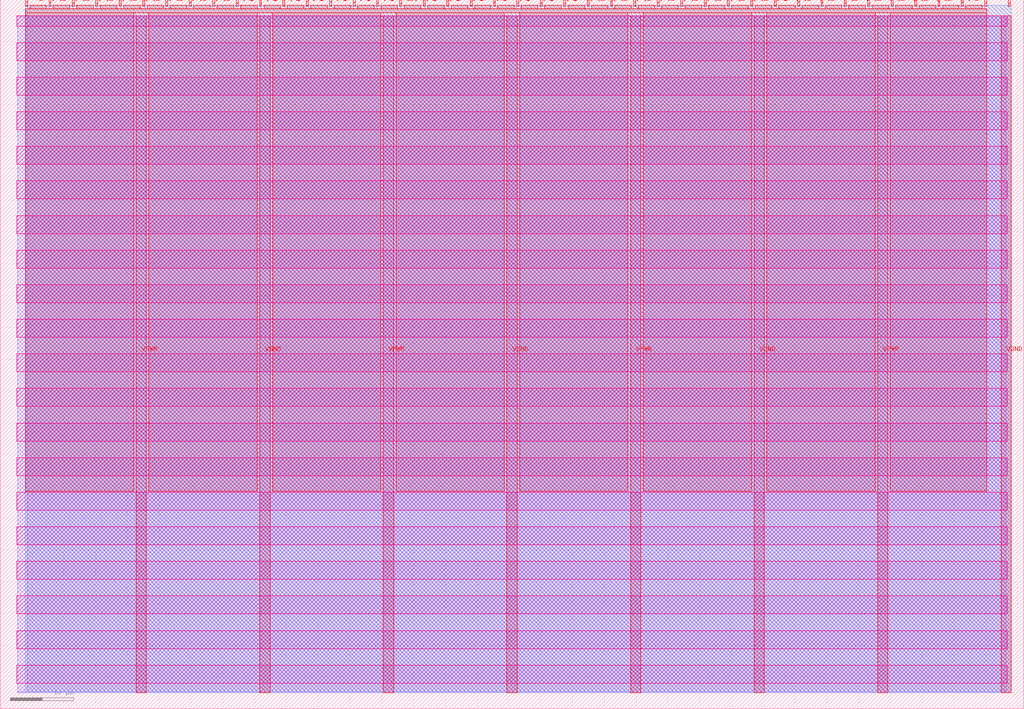
<source format=lef>
VERSION 5.7 ;
  NOWIREEXTENSIONATPIN ON ;
  DIVIDERCHAR "/" ;
  BUSBITCHARS "[]" ;
MACRO tt_um_soundgen
  CLASS BLOCK ;
  FOREIGN tt_um_soundgen ;
  ORIGIN 0.000 0.000 ;
  SIZE 161.000 BY 111.520 ;
  PIN VGND
    DIRECTION INOUT ;
    USE GROUND ;
    PORT
      LAYER met4 ;
        RECT 40.830 2.480 42.430 109.040 ;
    END
    PORT
      LAYER met4 ;
        RECT 79.700 2.480 81.300 109.040 ;
    END
    PORT
      LAYER met4 ;
        RECT 118.570 2.480 120.170 109.040 ;
    END
    PORT
      LAYER met4 ;
        RECT 157.440 2.480 159.040 109.040 ;
    END
  END VGND
  PIN VPWR
    DIRECTION INOUT ;
    USE POWER ;
    PORT
      LAYER met4 ;
        RECT 21.395 2.480 22.995 109.040 ;
    END
    PORT
      LAYER met4 ;
        RECT 60.265 2.480 61.865 109.040 ;
    END
    PORT
      LAYER met4 ;
        RECT 99.135 2.480 100.735 109.040 ;
    END
    PORT
      LAYER met4 ;
        RECT 138.005 2.480 139.605 109.040 ;
    END
  END VPWR
  PIN clk
    DIRECTION INPUT ;
    USE SIGNAL ;
    ANTENNAGATEAREA 0.852000 ;
    PORT
      LAYER met4 ;
        RECT 154.870 110.520 155.170 111.520 ;
    END
  END clk
  PIN ena
    DIRECTION INPUT ;
    USE SIGNAL ;
    PORT
      LAYER met4 ;
        RECT 158.550 110.520 158.850 111.520 ;
    END
  END ena
  PIN rst_n
    DIRECTION INPUT ;
    USE SIGNAL ;
    ANTENNAGATEAREA 0.159000 ;
    PORT
      LAYER met4 ;
        RECT 151.190 110.520 151.490 111.520 ;
    END
  END rst_n
  PIN ui_in[0]
    DIRECTION INPUT ;
    USE SIGNAL ;
    PORT
      LAYER met4 ;
        RECT 147.510 110.520 147.810 111.520 ;
    END
  END ui_in[0]
  PIN ui_in[1]
    DIRECTION INPUT ;
    USE SIGNAL ;
    PORT
      LAYER met4 ;
        RECT 143.830 110.520 144.130 111.520 ;
    END
  END ui_in[1]
  PIN ui_in[2]
    DIRECTION INPUT ;
    USE SIGNAL ;
    PORT
      LAYER met4 ;
        RECT 140.150 110.520 140.450 111.520 ;
    END
  END ui_in[2]
  PIN ui_in[3]
    DIRECTION INPUT ;
    USE SIGNAL ;
    PORT
      LAYER met4 ;
        RECT 136.470 110.520 136.770 111.520 ;
    END
  END ui_in[3]
  PIN ui_in[4]
    DIRECTION INPUT ;
    USE SIGNAL ;
    PORT
      LAYER met4 ;
        RECT 132.790 110.520 133.090 111.520 ;
    END
  END ui_in[4]
  PIN ui_in[5]
    DIRECTION INPUT ;
    USE SIGNAL ;
    PORT
      LAYER met4 ;
        RECT 129.110 110.520 129.410 111.520 ;
    END
  END ui_in[5]
  PIN ui_in[6]
    DIRECTION INPUT ;
    USE SIGNAL ;
    PORT
      LAYER met4 ;
        RECT 125.430 110.520 125.730 111.520 ;
    END
  END ui_in[6]
  PIN ui_in[7]
    DIRECTION INPUT ;
    USE SIGNAL ;
    PORT
      LAYER met4 ;
        RECT 121.750 110.520 122.050 111.520 ;
    END
  END ui_in[7]
  PIN uio_in[0]
    DIRECTION INPUT ;
    USE SIGNAL ;
    PORT
      LAYER met4 ;
        RECT 118.070 110.520 118.370 111.520 ;
    END
  END uio_in[0]
  PIN uio_in[1]
    DIRECTION INPUT ;
    USE SIGNAL ;
    PORT
      LAYER met4 ;
        RECT 114.390 110.520 114.690 111.520 ;
    END
  END uio_in[1]
  PIN uio_in[2]
    DIRECTION INPUT ;
    USE SIGNAL ;
    PORT
      LAYER met4 ;
        RECT 110.710 110.520 111.010 111.520 ;
    END
  END uio_in[2]
  PIN uio_in[3]
    DIRECTION INPUT ;
    USE SIGNAL ;
    PORT
      LAYER met4 ;
        RECT 107.030 110.520 107.330 111.520 ;
    END
  END uio_in[3]
  PIN uio_in[4]
    DIRECTION INPUT ;
    USE SIGNAL ;
    PORT
      LAYER met4 ;
        RECT 103.350 110.520 103.650 111.520 ;
    END
  END uio_in[4]
  PIN uio_in[5]
    DIRECTION INPUT ;
    USE SIGNAL ;
    PORT
      LAYER met4 ;
        RECT 99.670 110.520 99.970 111.520 ;
    END
  END uio_in[5]
  PIN uio_in[6]
    DIRECTION INPUT ;
    USE SIGNAL ;
    PORT
      LAYER met4 ;
        RECT 95.990 110.520 96.290 111.520 ;
    END
  END uio_in[6]
  PIN uio_in[7]
    DIRECTION INPUT ;
    USE SIGNAL ;
    PORT
      LAYER met4 ;
        RECT 92.310 110.520 92.610 111.520 ;
    END
  END uio_in[7]
  PIN uio_oe[0]
    DIRECTION OUTPUT TRISTATE ;
    USE SIGNAL ;
    PORT
      LAYER met4 ;
        RECT 29.750 110.520 30.050 111.520 ;
    END
  END uio_oe[0]
  PIN uio_oe[1]
    DIRECTION OUTPUT TRISTATE ;
    USE SIGNAL ;
    PORT
      LAYER met4 ;
        RECT 26.070 110.520 26.370 111.520 ;
    END
  END uio_oe[1]
  PIN uio_oe[2]
    DIRECTION OUTPUT TRISTATE ;
    USE SIGNAL ;
    PORT
      LAYER met4 ;
        RECT 22.390 110.520 22.690 111.520 ;
    END
  END uio_oe[2]
  PIN uio_oe[3]
    DIRECTION OUTPUT TRISTATE ;
    USE SIGNAL ;
    PORT
      LAYER met4 ;
        RECT 18.710 110.520 19.010 111.520 ;
    END
  END uio_oe[3]
  PIN uio_oe[4]
    DIRECTION OUTPUT TRISTATE ;
    USE SIGNAL ;
    PORT
      LAYER met4 ;
        RECT 15.030 110.520 15.330 111.520 ;
    END
  END uio_oe[4]
  PIN uio_oe[5]
    DIRECTION OUTPUT TRISTATE ;
    USE SIGNAL ;
    PORT
      LAYER met4 ;
        RECT 11.350 110.520 11.650 111.520 ;
    END
  END uio_oe[5]
  PIN uio_oe[6]
    DIRECTION OUTPUT TRISTATE ;
    USE SIGNAL ;
    PORT
      LAYER met4 ;
        RECT 7.670 110.520 7.970 111.520 ;
    END
  END uio_oe[6]
  PIN uio_oe[7]
    DIRECTION OUTPUT TRISTATE ;
    USE SIGNAL ;
    PORT
      LAYER met4 ;
        RECT 3.990 110.520 4.290 111.520 ;
    END
  END uio_oe[7]
  PIN uio_out[0]
    DIRECTION OUTPUT TRISTATE ;
    USE SIGNAL ;
    PORT
      LAYER met4 ;
        RECT 59.190 110.520 59.490 111.520 ;
    END
  END uio_out[0]
  PIN uio_out[1]
    DIRECTION OUTPUT TRISTATE ;
    USE SIGNAL ;
    PORT
      LAYER met4 ;
        RECT 55.510 110.520 55.810 111.520 ;
    END
  END uio_out[1]
  PIN uio_out[2]
    DIRECTION OUTPUT TRISTATE ;
    USE SIGNAL ;
    PORT
      LAYER met4 ;
        RECT 51.830 110.520 52.130 111.520 ;
    END
  END uio_out[2]
  PIN uio_out[3]
    DIRECTION OUTPUT TRISTATE ;
    USE SIGNAL ;
    PORT
      LAYER met4 ;
        RECT 48.150 110.520 48.450 111.520 ;
    END
  END uio_out[3]
  PIN uio_out[4]
    DIRECTION OUTPUT TRISTATE ;
    USE SIGNAL ;
    PORT
      LAYER met4 ;
        RECT 44.470 110.520 44.770 111.520 ;
    END
  END uio_out[4]
  PIN uio_out[5]
    DIRECTION OUTPUT TRISTATE ;
    USE SIGNAL ;
    PORT
      LAYER met4 ;
        RECT 40.790 110.520 41.090 111.520 ;
    END
  END uio_out[5]
  PIN uio_out[6]
    DIRECTION OUTPUT TRISTATE ;
    USE SIGNAL ;
    ANTENNADIFFAREA 0.445500 ;
    PORT
      LAYER met4 ;
        RECT 37.110 110.520 37.410 111.520 ;
    END
  END uio_out[6]
  PIN uio_out[7]
    DIRECTION OUTPUT TRISTATE ;
    USE SIGNAL ;
    ANTENNADIFFAREA 0.795200 ;
    PORT
      LAYER met4 ;
        RECT 33.430 110.520 33.730 111.520 ;
    END
  END uio_out[7]
  PIN uo_out[0]
    DIRECTION OUTPUT TRISTATE ;
    USE SIGNAL ;
    PORT
      LAYER met4 ;
        RECT 88.630 110.520 88.930 111.520 ;
    END
  END uo_out[0]
  PIN uo_out[1]
    DIRECTION OUTPUT TRISTATE ;
    USE SIGNAL ;
    PORT
      LAYER met4 ;
        RECT 84.950 110.520 85.250 111.520 ;
    END
  END uo_out[1]
  PIN uo_out[2]
    DIRECTION OUTPUT TRISTATE ;
    USE SIGNAL ;
    PORT
      LAYER met4 ;
        RECT 81.270 110.520 81.570 111.520 ;
    END
  END uo_out[2]
  PIN uo_out[3]
    DIRECTION OUTPUT TRISTATE ;
    USE SIGNAL ;
    PORT
      LAYER met4 ;
        RECT 77.590 110.520 77.890 111.520 ;
    END
  END uo_out[3]
  PIN uo_out[4]
    DIRECTION OUTPUT TRISTATE ;
    USE SIGNAL ;
    PORT
      LAYER met4 ;
        RECT 73.910 110.520 74.210 111.520 ;
    END
  END uo_out[4]
  PIN uo_out[5]
    DIRECTION OUTPUT TRISTATE ;
    USE SIGNAL ;
    PORT
      LAYER met4 ;
        RECT 70.230 110.520 70.530 111.520 ;
    END
  END uo_out[5]
  PIN uo_out[6]
    DIRECTION OUTPUT TRISTATE ;
    USE SIGNAL ;
    PORT
      LAYER met4 ;
        RECT 66.550 110.520 66.850 111.520 ;
    END
  END uo_out[6]
  PIN uo_out[7]
    DIRECTION OUTPUT TRISTATE ;
    USE SIGNAL ;
    PORT
      LAYER met4 ;
        RECT 62.870 110.520 63.170 111.520 ;
    END
  END uo_out[7]
  OBS
      LAYER nwell ;
        RECT 2.570 107.385 158.430 108.990 ;
        RECT 2.570 101.945 158.430 104.775 ;
        RECT 2.570 96.505 158.430 99.335 ;
        RECT 2.570 91.065 158.430 93.895 ;
        RECT 2.570 85.625 158.430 88.455 ;
        RECT 2.570 80.185 158.430 83.015 ;
        RECT 2.570 74.745 158.430 77.575 ;
        RECT 2.570 69.305 158.430 72.135 ;
        RECT 2.570 63.865 158.430 66.695 ;
        RECT 2.570 58.425 158.430 61.255 ;
        RECT 2.570 52.985 158.430 55.815 ;
        RECT 2.570 47.545 158.430 50.375 ;
        RECT 2.570 42.105 158.430 44.935 ;
        RECT 2.570 36.665 158.430 39.495 ;
        RECT 2.570 31.225 158.430 34.055 ;
        RECT 2.570 25.785 158.430 28.615 ;
        RECT 2.570 20.345 158.430 23.175 ;
        RECT 2.570 14.905 158.430 17.735 ;
        RECT 2.570 9.465 158.430 12.295 ;
        RECT 2.570 4.025 158.430 6.855 ;
      LAYER li1 ;
        RECT 2.760 2.635 158.240 108.885 ;
      LAYER met1 ;
        RECT 2.760 2.480 159.040 109.040 ;
      LAYER met2 ;
        RECT 4.230 2.535 159.010 110.685 ;
      LAYER met3 ;
        RECT 3.950 2.555 159.030 110.665 ;
      LAYER met4 ;
        RECT 4.690 110.120 7.270 110.665 ;
        RECT 8.370 110.120 10.950 110.665 ;
        RECT 12.050 110.120 14.630 110.665 ;
        RECT 15.730 110.120 18.310 110.665 ;
        RECT 19.410 110.120 21.990 110.665 ;
        RECT 23.090 110.120 25.670 110.665 ;
        RECT 26.770 110.120 29.350 110.665 ;
        RECT 30.450 110.120 33.030 110.665 ;
        RECT 34.130 110.120 36.710 110.665 ;
        RECT 37.810 110.120 40.390 110.665 ;
        RECT 41.490 110.120 44.070 110.665 ;
        RECT 45.170 110.120 47.750 110.665 ;
        RECT 48.850 110.120 51.430 110.665 ;
        RECT 52.530 110.120 55.110 110.665 ;
        RECT 56.210 110.120 58.790 110.665 ;
        RECT 59.890 110.120 62.470 110.665 ;
        RECT 63.570 110.120 66.150 110.665 ;
        RECT 67.250 110.120 69.830 110.665 ;
        RECT 70.930 110.120 73.510 110.665 ;
        RECT 74.610 110.120 77.190 110.665 ;
        RECT 78.290 110.120 80.870 110.665 ;
        RECT 81.970 110.120 84.550 110.665 ;
        RECT 85.650 110.120 88.230 110.665 ;
        RECT 89.330 110.120 91.910 110.665 ;
        RECT 93.010 110.120 95.590 110.665 ;
        RECT 96.690 110.120 99.270 110.665 ;
        RECT 100.370 110.120 102.950 110.665 ;
        RECT 104.050 110.120 106.630 110.665 ;
        RECT 107.730 110.120 110.310 110.665 ;
        RECT 111.410 110.120 113.990 110.665 ;
        RECT 115.090 110.120 117.670 110.665 ;
        RECT 118.770 110.120 121.350 110.665 ;
        RECT 122.450 110.120 125.030 110.665 ;
        RECT 126.130 110.120 128.710 110.665 ;
        RECT 129.810 110.120 132.390 110.665 ;
        RECT 133.490 110.120 136.070 110.665 ;
        RECT 137.170 110.120 139.750 110.665 ;
        RECT 140.850 110.120 143.430 110.665 ;
        RECT 144.530 110.120 147.110 110.665 ;
        RECT 148.210 110.120 150.790 110.665 ;
        RECT 151.890 110.120 154.470 110.665 ;
        RECT 3.975 109.440 155.185 110.120 ;
        RECT 3.975 34.175 20.995 109.440 ;
        RECT 23.395 34.175 40.430 109.440 ;
        RECT 42.830 34.175 59.865 109.440 ;
        RECT 62.265 34.175 79.300 109.440 ;
        RECT 81.700 34.175 98.735 109.440 ;
        RECT 101.135 34.175 118.170 109.440 ;
        RECT 120.570 34.175 137.605 109.440 ;
        RECT 140.005 34.175 155.185 109.440 ;
  END
END tt_um_soundgen
END LIBRARY


</source>
